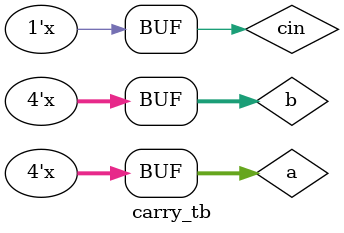
<source format=v>
module carry(a,b,s,cin,cout);
input [3:0]a,b;
input cin;
output[3:0]s;
output cout;
wire[3:0]p;
wire[3:0]g;
wire[3:0]c;
assign p[0]=a[0]^b[0];
assign g[0]=a[0]&b[0];
assign s[0]=p[0]^cin;
assign c[1]=g[0]|(p[0]&cin);

assign p[1]=a[1]^b[1];
assign g[1]=a[1]&b[1];
assign s[1]=p[1]^c[1];
assign c[2]=g[1]|(p[1]&g[0])|p[1]&p[0]&cin;

assign p[2]=a[2]^b[2];
assign g[2]=a[2]&b[2];
assign s[2]=p[2]^c[2];
assign c[3]=g[2]|(p[2]&g[1])|(p[2]&p[1]&g[0])|(p[2]&p[1]&p[0]&cin);

assign p[3]=a[3]^b[3];
assign g[3]=a[3]&b[3];
assign s[3]=p[3]^c[3];
assign cout=g[3]|(p[3]&c[3]);

endmodule

module carry_tb;
	reg [3:0] a;
	reg [3:0] b;
	reg cin;
	wire [3:0] sum;
	wire cout;
	carry uut (
		.a(a), 
		.b(b), 
		.s(s), 
		.cin(cin), 
		.cout(cout)
	);
initial a=4'b0000;

initial b=4'b0000;
initial cin=0;
always #20 a = a+4'b0001;
always #20 b = b+4'b0001;
always #20 cin = cin+1'b1;
initial $monitor("a = %4b b = %4b cin = %0b s = %4b cout = %0b",a,b,cin,s,cout);
endmodule

</source>
